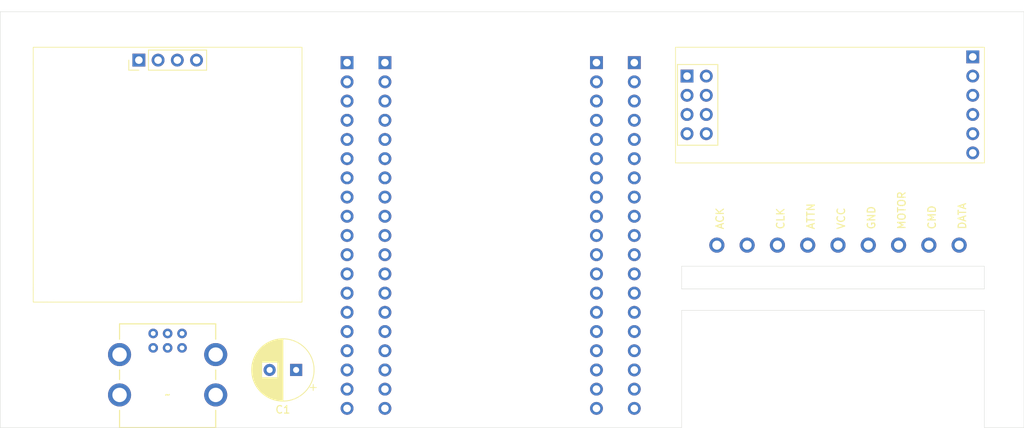
<source format=kicad_pcb>
(kicad_pcb (version 20240108) (generator "pcbnew") (generator_version "8.0")
  (layers (0 "F.Cu" signal) (31 "B.Cu" signal) (34 "B.Paste" user) (35 "F.Paste" user) (36 "B.SilkS" user "B.Silkscreen") (37 "F.SilkS" user "F.Silkscreen") (38 "B.Mask" user) (39 "F.Mask" user) (44 "Edge.Cuts" user))
  (net 0 "")
  (net 1 "Net-(NRF1-GND)")
  (net 2 "Net-(ESP32-WROOM-32U1-3.3v)")
  (net 5 "Net-(ESP32-WROOM-32U1-17)")
  (net 10 "Net-(ESP32-WROOM-32U1-19)")
  (net 13 "Net-(Oled_screen1-SCK)")
  (net 16 "Net-(ESP32-WROOM-32U1-5)")
  (net 22 "Net-(ESP32-WROOM-32U1-21)")
  (net 33 "Net-(ESP32-WROOM-32U1-23)")
  (net 34 "Net-(ESP32-WROOM-32U1-16)")
  (net 38 "Net-(ESP32-WROOM-32U1-18)")
  (footprint "Footprints_cez:CONN_WII" (layer "F.Cu") (at 108.378 86.361 180)
    (property "Reference" "U2" (hide yes))
    (property "Value" "~" (at 0 -2.5 180) (layer "F.SilkS"))
    (fp_line (start 6.35 6.858) (end 6.35 4.826) (stroke (width 0.15)) (layer "F.SilkS"))
    (fp_line (start 6.35 6.858) (end -6.35 6.858) (stroke (width 0.15)) (layer "F.SilkS"))
    (fp_line (start 6.35 0.762) (end 6.35 -0.508) (stroke (width 0.15)) (layer "F.SilkS"))
    (fp_line (start 6.35 -6.858) (end 6.35 -4.572) (stroke (width 0.15)) (layer "F.SilkS"))
    (fp_line (start -6.35 6.858) (end -6.35 4.826) (stroke (width 0.15)) (layer "F.SilkS"))
    (fp_line (start -6.35 0.762) (end -6.35 -0.508) (stroke (width 0.15)) (layer "F.SilkS"))
    (fp_line (start -6.35 -4.572) (end -6.35 -6.858) (stroke (width 0.15)) (layer "F.SilkS"))
    (fp_line (start -6.35 -6.858) (end 6.35 -6.858) (stroke (width 0.15)) (layer "F.SilkS"))
    (pad "" thru_hole circle (at -6.35 -2.54 180) (size 3.048 3.048) (drill 1.905) (layers "*.Cu" "*.Mask"))
    (pad "" thru_hole circle (at -6.35 2.794 180) (size 3.048 3.048) (drill 1.905) (layers "*.Cu" "*.Mask"))
    (pad "" thru_hole circle (at 6.35 -2.54 180) (size 3.048 3.048) (drill 1.905) (layers "*.Cu" "*.Mask"))
    (pad "" thru_hole circle (at 6.35 2.794 180) (size 3.048 3.048) (drill 1.905) (layers "*.Cu" "*.Mask"))
    (pad "1" thru_hole circle (at 1.905 5.588 180) (size 1.27 1.27) (drill 0.635) (layers "*.Cu" "*.Mask") (net 2 "Net-(ESP32-WROOM-32U1-3.3v)"))
    (pad "2" thru_hole circle (at 1.905 3.683 180) (size 1.27 1.27) (drill 0.635) (layers "*.Cu" "*.Mask") (net 13 "Net-(Oled_screen1-SCK)"))
    (pad "3" thru_hole circle (at 0 5.588 180) (size 1.27 1.27) (drill 0.635) (layers "*.Cu" "*.Mask") (net 5 "Net-(ESP32-WROOM-32U1-17)"))
    (pad "4" thru_hole circle (at 0 3.683 180) (size 1.27 1.27) (drill 0.635) (layers "*.Cu" "*.Mask"))
    (pad "5" thru_hole circle (at -1.905 5.588 180) (size 1.27 1.27) (drill 0.635) (layers "*.Cu" "*.Mask") (net 22 "Net-(ESP32-WROOM-32U1-21)"))
    (pad "6" thru_hole circle (at -1.905 3.683 180) (size 1.27 1.27) (drill 0.635) (layers "*.Cu" "*.Mask") (net 1 "Net-(NRF1-GND)"))
  )
  (footprint "Footprints_cez:1.3inch Oled screen" (layer "F.Cu") (at 108.478 36.926)
    (property "Reference" "Oled_screen1" (hide yes))
    (property "Value" "~")
    (fp_line (start -5.23 9.03) (end -5.23 7.7) (stroke (width 0.12)) (layer "F.SilkS"))
    (fp_line (start -3.9 9.03) (end -5.23 9.03) (stroke (width 0.12)) (layer "F.SilkS"))
    (fp_line (start -2.63 6.37) (end 5.05 6.37) (stroke (width 0.12)) (layer "F.SilkS"))
    (fp_line (start -2.63 9.03) (end -2.63 6.37) (stroke (width 0.12)) (layer "F.SilkS"))
    (fp_line (start -2.63 9.03) (end 5.05 9.03) (stroke (width 0.12)) (layer "F.SilkS"))
    (fp_line (start 5.05 9.03) (end 5.05 6.37) (stroke (width 0.12)) (layer "F.SilkS"))
    (fp_rect (start -17.85 6) (end 17.65 39.7) (stroke (width 0.1)) (fill none) (layer "F.SilkS"))
    (pad "" np_thru_hole circle (at -16.002 8.128) (size 3.2 3.2) (drill 3.2) (layers "*.Cu" "*.Mask"))
    (pad "" np_thru_hole circle (at -16.002 38) (size 3.2 3.2) (drill 3.2) (layers "*.Cu" "*.Mask"))
    (pad "" np_thru_hole circle (at 15.748 8) (size 3.2 3.2) (drill 3.2) (layers "*.Cu" "*.Mask"))
    (pad "" np_thru_hole circle (at 15.748 38) (size 3.2 3.2) (drill 3.2) (layers "*.Cu" "*.Mask"))
    (pad "1" thru_hole rect (at -3.9 7.7 90) (size 1.7 1.7) (drill 1) (layers "*.Cu" "*.Mask") (net 2 "Net-(ESP32-WROOM-32U1-3.3v)"))
    (pad "2" thru_hole oval (at -1.36 7.7 90) (size 1.7 1.7) (drill 1) (layers "*.Cu" "*.Mask") (net 1 "Net-(NRF1-GND)"))
    (pad "3" thru_hole oval (at 1.18 7.7 90) (size 1.7 1.7) (drill 1) (layers "*.Cu" "*.Mask") (net 13 "Net-(Oled_screen1-SCK)"))
    (pad "4" thru_hole oval (at 3.72 7.7 90) (size 1.7 1.7) (drill 1) (layers "*.Cu" "*.Mask") (net 22 "Net-(ESP32-WROOM-32U1-21)"))
  )
  (footprint "Capacitor_THT:CP_Radial_D8.0mm_P3.50mm" (layer "F.Cu") (at 125.350651 85.598 180)
    (property "Reference" "C1" (at 1.75 -5.25 180) (layer "F.SilkS"))
    (property "Value" "C_Polarized")
    (fp_line (start 5.831 -0.533) (end 5.831 0.533) (stroke (width 0.12)) (layer "F.SilkS"))
    (fp_line (start 5.791 -0.768) (end 5.791 0.768) (stroke (width 0.12)) (layer "F.SilkS"))
    (fp_line (start 5.751 -0.948) (end 5.751 0.948) (stroke (width 0.12)) (layer "F.SilkS"))
    (fp_line (start 5.711 -1.098) (end 5.711 1.098) (stroke (width 0.12)) (layer "F.SilkS"))
    (fp_line (start 5.671 -1.229) (end 5.671 1.229) (stroke (width 0.12)) (layer "F.SilkS"))
    (fp_line (start 5.631 -1.346) (end 5.631 1.346) (stroke (width 0.12)) (layer "F.SilkS"))
    (fp_line (start 5.591 -1.453) (end 5.591 1.453) (stroke (width 0.12)) (layer "F.SilkS"))
    (fp_line (start 5.551 -1.552) (end 5.551 1.552) (stroke (width 0.12)) (layer "F.SilkS"))
    (fp_line (start 5.511 -1.645) (end 5.511 1.645) (stroke (width 0.12)) (layer "F.SilkS"))
    (fp_line (start 5.471 -1.731) (end 5.471 1.731) (stroke (width 0.12)) (layer "F.SilkS"))
    (fp_line (start 5.431 -1.813) (end 5.431 1.813) (stroke (width 0.12)) (layer "F.SilkS"))
    (fp_line (start 5.391 -1.89) (end 5.391 1.89) (stroke (width 0.12)) (layer "F.SilkS"))
    (fp_line (start 5.351 -1.964) (end 5.351 1.964) (stroke (width 0.12)) (layer "F.SilkS"))
    (fp_line (start 5.311 -2.034) (end 5.311 2.034) (stroke (width 0.12)) (layer "F.SilkS"))
    (fp_line (start 5.271 -2.102) (end 5.271 2.102) (stroke (width 0.12)) (layer "F.SilkS"))
    (fp_line (start 5.231 -2.166) (end 5.231 2.166) (stroke (width 0.12)) (layer "F.SilkS"))
    (fp_line (start 5.191 -2.228) (end 5.191 2.228) (stroke (width 0.12)) (layer "F.SilkS"))
    (fp_line (start 5.151 -2.287) (end 5.151 2.287) (stroke (width 0.12)) (layer "F.SilkS"))
    (fp_line (start 5.111 -2.345) (end 5.111 2.345) (stroke (width 0.12)) (layer "F.SilkS"))
    (fp_line (start 5.071 -2.4) (end 5.071 2.4) (stroke (width 0.12)) (layer "F.SilkS"))
    (fp_line (start 5.031 -2.454) (end 5.031 2.454) (stroke (width 0.12)) (layer "F.SilkS"))
    (fp_line (start 4.991 -2.505) (end 4.991 2.505) (stroke (width 0.12)) (layer "F.SilkS"))
    (fp_line (start 4.951 -2.556) (end 4.951 2.556) (stroke (width 0.12)) (layer "F.SilkS"))
    (fp_line (start 4.911 -2.604) (end 4.911 2.604) (stroke (width 0.12)) (layer "F.SilkS"))
    (fp_line (start 4.871 -2.651) (end 4.871 2.651) (stroke (width 0.12)) (layer "F.SilkS"))
    (fp_line (start 4.831 -2.697) (end 4.831 2.697) (stroke (width 0.12)) (layer "F.SilkS"))
    (fp_line (start 4.791 -2.741) (end 4.791 2.741) (stroke (width 0.12)) (layer "F.SilkS"))
    (fp_line (start 4.751 -2.784) (end 4.751 2.784) (stroke (width 0.12)) (layer "F.SilkS"))
    (fp_line (start 4.711 -2.826) (end 4.711 2.826) (stroke (width 0.12)) (layer "F.SilkS"))
    (fp_line (start 4.671 -2.867) (end 4.671 2.867) (stroke (width 0.12)) (layer "F.SilkS"))
    (fp_line (start 4.631 -2.907) (end 4.631 2.907) (stroke (width 0.12)) (layer "F.SilkS"))
    (fp_line (start 4.591 -2.945) (end 4.591 2.945) (stroke (width 0.12)) (layer "F.SilkS"))
    (fp_line (start 4.551 -2.983) (end 4.551 2.983) (stroke (width 0.12)) (layer "F.SilkS"))
    (fp_line (start 4.511 1.04) (end 4.511 3.019) (stroke (width 0.12)) (layer "F.SilkS"))
    (fp_line (start 4.511 -3.019) (end 4.511 -1.04) (stroke (width 0.12)) (layer "F.SilkS"))
    (fp_line (start 4.471 1.04) (end 4.471 3.055) (stroke (width 0.12)) (layer "F.SilkS"))
    (fp_line (start 4.471 -3.055) (end 4.471 -1.04) (stroke (width 0.12)) (layer "F.SilkS"))
    (fp_line (start 4.431 1.04) (end 4.431 3.09) (stroke (width 0.12)) (layer "F.SilkS"))
    (fp_line (start 4.431 -3.09) (end 4.431 -1.04) (stroke (width 0.12)) (layer "F.SilkS"))
    (fp_line (start 4.391 1.04) (end 4.391 3.124) (stroke (width 0.12)) (layer "F.SilkS"))
    (fp_line (start 4.391 -3.124) (end 4.391 -1.04) (stroke (width 0.12)) (layer "F.SilkS"))
    (fp_line (start 4.351 1.04) (end 4.351 3.156) (stroke (width 0.12)) (layer "F.SilkS"))
    (fp_line (start 4.351 -3.156) (end 4.351 -1.04) (stroke (width 0.12)) (layer "F.SilkS"))
    (fp_line (start 4.311 1.04) (end 4.311 3.189) (stroke (width 0.12)) (layer "F.SilkS"))
    (fp_line (start 4.311 -3.189) (end 4.311 -1.04) (stroke (width 0.12)) (layer "F.SilkS"))
    (fp_line (start 4.271 1.04) (end 4.271 3.22) (stroke (width 0.12)) (layer "F.SilkS"))
    (fp_line (start 4.271 -3.22) (end 4.271 -1.04) (stroke (width 0.12)) (layer "F.SilkS"))
    (fp_line (start 4.231 1.04) (end 4.231 3.25) (stroke (width 0.12)) (layer "F.SilkS"))
    (fp_line (start 4.231 -3.25) (end 4.231 -1.04) (stroke (width 0.12)) (layer "F.SilkS"))
    (fp_line (start 4.191 1.04) (end 4.191 3.28) (stroke (width 0.12)) (layer "F.SilkS"))
    (fp_line (start 4.191 -3.28) (end 4.191 -1.04) (stroke (width 0.12)) (layer "F.SilkS"))
    (fp_line (start 4.151 1.04) (end 4.151 3.309) (stroke (width 0.12)) (layer "F.SilkS"))
    (fp_line (start 4.151 -3.309) (end 4.151 -1.04) (stroke (width 0.12)) (layer "F.SilkS"))
    (fp_line (start 4.111 1.04) (end 4.111 3.338) (stroke (width 0.12)) (layer "F.SilkS"))
    (fp_line (start 4.111 -3.338) (end 4.111 -1.04) (stroke (width 0.12)) (layer "F.SilkS"))
    (fp_line (start 4.071 1.04) (end 4.071 3.365) (stroke (width 0.12)) (layer "F.SilkS"))
    (fp_line (start 4.071 -3.365) (end 4.071 -1.04) (stroke (width 0.12)) (layer "F.SilkS"))
    (fp_line (start 4.031 1.04) (end 4.031 3.392) (stroke (width 0.12)) (layer "F.SilkS"))
    (fp_line (start 4.031 -3.392) (end 4.031 -1.04) (stroke (width 0.12)) (layer "F.SilkS"))
    (fp_line (start 3.991 1.04) (end 3.991 3.418) (stroke (width 0.12)) (layer "F.SilkS"))
    (fp_line (start 3.991 -3.418) (end 3.991 -1.04) (stroke (width 0.12)) (layer "F.SilkS"))
    (fp_line (start 3.951 1.04) (end 3.951 3.444) (stroke (width 0.12)) (layer "F.SilkS"))
    (fp_line (start 3.951 -3.444) (end 3.951 -1.04) (stroke (width 0.12)) (layer "F.SilkS"))
    (fp_line (start 3.911 1.04) (end 3.911 3.469) (stroke (width 0.12)) (layer "F.SilkS"))
    (fp_line (start 3.911 -3.469) (end 3.911 -1.04) (stroke (width 0.12)) (layer "F.SilkS"))
    (fp_line (start 3.871 1.04) (end 3.871 3.493) (stroke (width 0.12)) (layer "F.SilkS"))
    (fp_line (start 3.871 -3.493) (end 3.871 -1.04) (stroke (width 0.12)) (layer "F.SilkS"))
    (fp_line (start 3.831 1.04) (end 3.831 3.517) (stroke (width 0.12)) (layer "F.SilkS"))
    (fp_line (start 3.831 -3.517) (end 3.831 -1.04) (stroke (width 0.12)) (layer "F.SilkS"))
    (fp_line (start 3.791 1.04) (end 3.791 3.54) (stroke (width 0.12)) (layer "F.SilkS"))
    (fp_line (start 3.791 -3.54) (end 3.791 -1.04) (stroke (width 0.12)) (layer "F.SilkS"))
    (fp_line (start 3.751 1.04) (end 3.751 3.562) (stroke (width 0.12)) (layer "F.SilkS"))
    (fp_line (start 3.751 -3.562) (end 3.751 -1.04) (stroke (width 0.12)) (layer "F.SilkS"))
    (fp_line (start 3.711 1.04) (end 3.711 3.584) (stroke (width 0.12)) (layer "F.SilkS"))
    (fp_line (start 3.711 -3.584) (end 3.711 -1.04) (stroke (width 0.12)) (layer "F.SilkS"))
    (fp_line (start 3.671 1.04) (end 3.671 3.606) (stroke (width 0.12)) (layer "F.SilkS"))
    (fp_line (start 3.671 -3.606) (end 3.671 -1.04) (stroke (width 0.12)) (layer "F.SilkS"))
    (fp_line (start 3.631 1.04) (end 3.631 3.627) (stroke (width 0.12)) (layer "F.SilkS"))
    (fp_line (start 3.631 -3.627) (end 3.631 -1.04) (stroke (width 0.12)) (layer "F.SilkS"))
    (fp_line (start 3.591 1.04) (end 3.591 3.647) (stroke (width 0.12)) (layer "F.SilkS"))
    (fp_line (start 3.591 -3.647) (end 3.591 -1.04) (stroke (width 0.12)) (layer "F.SilkS"))
    (fp_line (start 3.551 1.04) (end 3.551 3.666) (stroke (width 0.12)) (layer "F.SilkS"))
    (fp_line (start 3.551 -3.666) (end 3.551 -1.04) (stroke (width 0.12)) (layer "F.SilkS"))
    (fp_line (start 3.511 1.04) (end 3.511 3.686) (stroke (width 0.12)) (layer "F.SilkS"))
    (fp_line (start 3.511 -3.686) (end 3.511 -1.04) (stroke (width 0.12)) (layer "F.SilkS"))
    (fp_line (start 3.471 1.04) (end 3.471 3.704) (stroke (width 0.12)) (layer "F.SilkS"))
    (fp_line (start 3.471 -3.704) (end 3.471 -1.04) (stroke (width 0.12)) (layer "F.SilkS"))
    (fp_line (start 3.431 1.04) (end 3.431 3.722) (stroke (width 0.12)) (layer "F.SilkS"))
    (fp_line (start 3.431 -3.722) (end 3.431 -1.04) (stroke (width 0.12)) (layer "F.SilkS"))
    (fp_line (start 3.391 1.04) (end 3.391 3.74) (stroke (width 0.12)) (layer "F.SilkS"))
    (fp_line (start 3.391 -3.74) (end 3.391 -1.04) (stroke (width 0.12)) (layer "F.SilkS"))
    (fp_line (start 3.351 1.04) (end 3.351 3.757) (stroke (width 0.12)) (layer "F.SilkS"))
    (fp_line (start 3.351 -3.757) (end 3.351 -1.04) (stroke (width 0.12)) (layer "F.SilkS"))
    (fp_line (start 3.311 1.04) (end 3.311 3.774) (stroke (width 0.12)) (layer "F.SilkS"))
    (fp_line (start 3.311 -3.774) (end 3.311 -1.04) (stroke (width 0.12)) (layer "F.SilkS"))
    (fp_line (start 3.271 1.04) (end 3.271 3.79) (stroke (width 0.12)) (layer "F.SilkS"))
    (fp_line (start 3.271 -3.79) (end 3.271 -1.04) (stroke (width 0.12)) (layer "F.SilkS"))
    (fp_line (start 3.231 1.04) (end 3.231 3.805) (stroke (width 0.12)) (layer "F.SilkS"))
    (fp_line (start 3.231 -3.805) (end 3.231 -1.04) (stroke (width 0.12)) (layer "F.SilkS"))
    (fp_line (start 3.191 1.04) (end 3.191 3.821) (stroke (width 0.12)) (layer "F.SilkS"))
    (fp_line (start 3.191 -3.821) (end 3.191 -1.04) (stroke (width 0.12)) (layer "F.SilkS"))
    (fp_line (start 3.151 1.04) (end 3.151 3.835) (stroke (width 0.12)) (layer "F.SilkS"))
    (fp_line (start 3.151 -3.835) (end 3.151 -1.04) (stroke (width 0.12)) (layer "F.SilkS"))
    (fp_line (start 3.111 1.04) (end 3.111 3.85) (stroke (width 0.12)) (layer "F.SilkS"))
    (fp_line (start 3.111 -3.85) (end 3.111 -1.04) (stroke (width 0.12)) (layer "F.SilkS"))
    (fp_line (start 3.071 1.04) (end 3.071 3.863) (stroke (width 0.12)) (layer "F.SilkS"))
    (fp_line (start 3.071 -3.863) (end 3.071 -1.04) (stroke (width 0.12)) (layer "F.SilkS"))
    (fp_line (start 3.031 1.04) (end 3.031 3.877) (stroke (width 0.12)) (layer "F.SilkS"))
    (fp_line (start 3.031 -3.877) (end 3.031 -1.04) (stroke (width 0.12)) (layer "F.SilkS"))
    (fp_line (start 2.991 1.04) (end 2.991 3.889) (stroke (width 0.12)) (layer "F.SilkS"))
    (fp_line (start 2.991 -3.889) (end 2.991 -1.04) (stroke (width 0.12)) (layer "F.SilkS"))
    (fp_line (start 2.951 1.04) (end 2.951 3.902) (stroke (width 0.12)) (layer "F.SilkS"))
    (fp_line (start 2.951 -3.902) (end 2.951 -1.04) (stroke (width 0.12)) (layer "F.SilkS"))
    (fp_line (start 2.911 1.04) (end 2.911 3.914) (stroke (width 0.12)) (layer "F.SilkS"))
    (fp_line (start 2.911 -3.914) (end 2.911 -1.04) (stroke (width 0.12)) (layer "F.SilkS"))
    (fp_line (start 2.871 1.04) (end 2.871 3.925) (stroke (width 0.12)) (layer "F.SilkS"))
    (fp_line (start 2.871 -3.925) (end 2.871 -1.04) (stroke (width 0.12)) (layer "F.SilkS"))
    (fp_line (start 2.831 1.04) (end 2.831 3.936) (stroke (width 0.12)) (layer "F.SilkS"))
    (fp_line (start 2.831 -3.936) (end 2.831 -1.04) (stroke (width 0.12)) (layer "F.SilkS"))
    (fp_line (start 2.791 1.04) (end 2.791 3.947) (stroke (width 0.12)) (layer "F.SilkS"))
    (fp_line (start 2.791 -3.947) (end 2.791 -1.04) (stroke (width 0.12)) (layer "F.SilkS"))
    (fp_line (start 2.751 1.04) (end 2.751 3.957) (stroke (width 0.12)) (layer "F.SilkS"))
    (fp_line (start 2.751 -3.957) (end 2.751 -1.04) (stroke (width 0.12)) (layer "F.SilkS"))
    (fp_line (start 2.711 1.04) (end 2.711 3.967) (stroke (width 0.12)) (layer "F.SilkS"))
    (fp_line (start 2.711 -3.967) (end 2.711 -1.04) (stroke (width 0.12)) (layer "F.SilkS"))
    (fp_line (start 2.671 1.04) (end 2.671 3.976) (stroke (width 0.12)) (layer "F.SilkS"))
    (fp_line (start 2.671 -3.976) (end 2.671 -1.04) (stroke (width 0.12)) (layer "F.SilkS"))
    (fp_line (start 2.631 1.04) (end 2.631 3.985) (stroke (width 0.12)) (layer "F.SilkS"))
    (fp_line (start 2.631 -3.985) (end 2.631 -1.04) (stroke (width 0.12)) (layer "F.SilkS"))
    (fp_line (start 2.591 1.04) (end 2.591 3.994) (stroke (width 0.12)) (layer "F.SilkS"))
    (fp_line (start 2.591 -3.994) (end 2.591 -1.04) (stroke (width 0.12)) (layer "F.SilkS"))
    (fp_line (start 2.551 1.04) (end 2.551 4.002) (stroke (width 0.12)) (layer "F.SilkS"))
    (fp_line (start 2.551 -4.002) (end 2.551 -1.04) (stroke (width 0.12)) (layer "F.SilkS"))
    (fp_line (start 2.511 1.04) (end 2.511 4.01) (stroke (width 0.12)) (layer "F.SilkS"))
    (fp_line (start 2.511 -4.01) (end 2.511 -1.04) (stroke (width 0.12)) (layer "F.SilkS"))
    (fp_line (start 2.471 1.04) (end 2.471 4.017) (stroke (width 0.12)) (layer "F.SilkS"))
    (fp_line (start 2.471 -4.017) (end 2.471 -1.04) (stroke (width 0.12)) (layer "F.SilkS"))
    (fp_line (start 2.43 -4.024) (end 2.43 4.024) (stroke (width 0.12)) (layer "F.SilkS"))
    (fp_line (start 2.39 -4.03) (end 2.39 4.03) (stroke (width 0.12)) (layer "F.SilkS"))
    (fp_line (start 2.35 -4.037) (end 2.35 4.037) (stroke (width 0.12)) (layer "F.SilkS"))
    (fp_line (start 2.31 -4.042) (end 2.31 4.042) (stroke (width 0.12)) (layer "F.SilkS"))
    (fp_line (start 2.27 -4.048) (end 2.27 4.048) (stroke (width 0.12)) (layer "F.SilkS"))
    (fp_line (start 2.23 -4.052) (end 2.23 4.052) (stroke (width 0.12)) (layer "F.SilkS"))
    (fp_line (start 2.19 -4.057) (end 2.19 4.057) (stroke (width 0.12)) (layer "F.SilkS"))
    (fp_line (start 2.15 -4.061) (end 2.15 4.061) (stroke (width 0.12)) (layer "F.SilkS"))
    (fp_line (start 2.11 -4.065) (end 2.11 4.065) (stroke (width 0.12)) (layer "F.SilkS"))
    (fp_line (start 2.07 -4.068) (end 2.07 4.068) (stroke (width 0.12)) (layer "F.SilkS"))
    (fp_line (start 2.03 -4.071) (end 2.03 4.071) (stroke (width 0.12)) (layer "F.SilkS"))
    (fp_line (start 1.99 -4.074) (end 1.99 4.074) (stroke (width 0.12)) (layer "F.SilkS"))
    (fp_line (start 1.95 -4.076) (end 1.95 4.076) (stroke (width 0.12)) (layer "F.SilkS"))
    (fp_line (start 1.91 -4.077) (end 1.91 4.077) (stroke (width 0.12)) (layer "F.SilkS"))
    (fp_line (start 1.87 -4.079) (end 1.87 4.079) (stroke (width 0.12)) (layer "F.SilkS"))
    (fp_line (start 1.83 -4.08) (end 1.83 4.08) (stroke (width 0.12)) (layer "F.SilkS"))
    (fp_line (start 1.79 -4.08) (end 1.79 4.08) (stroke (width 0.12)) (layer "F.SilkS"))
    (fp_line (start 1.75 -4.08) (end 1.75 4.08) (stroke (width 0.12)) (layer "F.SilkS"))
    (fp_line (start -2.259698 -2.715) (end -2.259698 -1.915) (stroke (width 0.12)) (layer "F.SilkS"))
    (fp_line (start -2.659698 -2.315) (end -1.859698 -2.315) (stroke (width 0.12)) (layer "F.SilkS"))
    (fp_circle (center 1.75 0) (end 5.87 0) (stroke (width 0.12)) (fill none) (layer "F.SilkS"))
    (pad "1" thru_hole rect (at 0 0 180) (size 1.6 1.6) (drill 0.8) (layers "*.Cu" "*.Mask") (net 2 "Net-(ESP32-WROOM-32U1-3.3v)"))
    (pad "2" thru_hole circle (at 3.5 0 180) (size 1.6 1.6) (drill 0.8) (layers "*.Cu" "*.Mask") (net 1 "Net-(NRF1-GND)"))
  )
  (footprint "Footprints_cez:esp32-wroom-32u" (layer "F.Cu") (at 149.78 57.14)
    (property "Reference" "ESP32-WROOM-32U1" (hide yes))
    (property "Value" "~" (hide yes))
    (pad "1" thru_hole rect (at -17.7 -12.182) (size 1.7 1.7) (drill 1) (layers "*.Cu" "*.Mask") (net 2 "Net-(ESP32-WROOM-32U1-3.3v)"))
    (pad "1" thru_hole rect (at -12.7 -12.182) (size 1.7 1.7) (drill 1) (layers "*.Cu" "*.Mask") (net 2 "Net-(ESP32-WROOM-32U1-3.3v)"))
    (pad "2" thru_hole oval (at -17.7 -9.642) (size 1.7 1.7) (drill 1) (layers "*.Cu" "*.Mask"))
    (pad "2" thru_hole oval (at -12.7 -9.642) (size 1.7 1.7) (drill 1) (layers "*.Cu" "*.Mask"))
    (pad "3" thru_hole oval (at -17.7 -7.102) (size 1.7 1.7) (drill 1) (layers "*.Cu" "*.Mask"))
    (pad "3" thru_hole oval (at -12.7 -7.102) (size 1.7 1.7) (drill 1) (layers "*.Cu" "*.Mask"))
    (pad "4" thru_hole oval (at -17.7 -4.562) (size 1.7 1.7) (drill 1) (layers "*.Cu" "*.Mask"))
    (pad "4" thru_hole oval (at -12.7 -4.562) (size 1.7 1.7) (drill 1) (layers "*.Cu" "*.Mask"))
    (pad "5" thru_hole oval (at -17.7 -2.022) (size 1.7 1.7) (drill 1) (layers "*.Cu" "*.Mask"))
    (pad "5" thru_hole oval (at -12.7 -2.022) (size 1.7 1.7) (drill 1) (layers "*.Cu" "*.Mask"))
    (pad "6" thru_hole oval (at -17.7 0.518) (size 1.7 1.7) (drill 1) (layers "*.Cu" "*.Mask"))
    (pad "6" thru_hole oval (at -12.7 0.518) (size 1.7 1.7) (drill 1) (layers "*.Cu" "*.Mask"))
    (pad "7" thru_hole oval (at -17.7 3.058) (size 1.7 1.7) (drill 1) (layers "*.Cu" "*.Mask"))
    (pad "7" thru_hole oval (at -12.7 3.058) (size 1.7 1.7) (drill 1) (layers "*.Cu" "*.Mask"))
    (pad "8" thru_hole oval (at -17.7 5.598) (size 1.7 1.7) (drill 1) (layers "*.Cu" "*.Mask"))
    (pad "8" thru_hole oval (at -12.7 5.598) (size 1.7 1.7) (drill 1) (layers "*.Cu" "*.Mask"))
    (pad "9" thru_hole oval (at -17.7 8.138) (size 1.7 1.7) (drill 1) (layers "*.Cu" "*.Mask"))
    (pad "9" thru_hole oval (at -12.7 8.138) (size 1.7 1.7) (drill 1) (layers "*.Cu" "*.Mask"))
    (pad "10" thru_hole oval (at -17.7 10.678) (size 1.7 1.7) (drill 1) (layers "*.Cu" "*.Mask"))
    (pad "10" thru_hole oval (at -12.7 10.678) (size 1.7 1.7) (drill 1) (layers "*.Cu" "*.Mask"))
    (pad "11" thru_hole oval (at -17.7 13.218) (size 1.7 1.7) (drill 1) (layers "*.Cu" "*.Mask"))
    (pad "11" thru_hole oval (at -12.7 13.218) (size 1.7 1.7) (drill 1) (layers "*.Cu" "*.Mask"))
    (pad "12" thru_hole oval (at -17.7 15.758) (size 1.7 1.7) (drill 1) (layers "*.Cu" "*.Mask"))
    (pad "12" thru_hole oval (at -12.7 15.758) (size 1.7 1.7) (drill 1) (layers "*.Cu" "*.Mask"))
    (pad "13" thru_hole oval (at -17.7 18.298) (size 1.7 1.7) (drill 1) (layers "*.Cu" "*.Mask"))
    (pad "13" thru_hole oval (at -12.7 18.298) (size 1.7 1.7) (drill 1) (layers "*.Cu" "*.Mask"))
    (pad "14" thru_hole oval (at -17.7 20.838) (size 1.7 1.7) (drill 1) (layers "*.Cu" "*.Mask"))
    (pad "14" thru_hole oval (at -12.7 20.838) (size 1.7 1.7) (drill 1) (layers "*.Cu" "*.Mask"))
    (pad "15" thru_hole oval (at -17.7 23.378) (size 1.7 1.7) (drill 1) (layers "*.Cu" "*.Mask"))
    (pad "15" thru_hole oval (at -12.7 23.378) (size 1.7 1.7) (drill 1) (layers "*.Cu" "*.Mask"))
    (pad "16" thru_hole oval (at -17.7 25.918) (size 1.7 1.7) (drill 1) (layers "*.Cu" "*.Mask"))
    (pad "16" thru_hole oval (at -12.7 25.918) (size 1.7 1.7) (drill 1) (layers "*.Cu" "*.Mask"))
    (pad "17" thru_hole oval (at -17.7 28.458) (size 1.7 1.7) (drill 1) (layers "*.Cu" "*.Mask"))
    (pad "17" thru_hole oval (at -12.7 28.458) (size 1.7 1.7) (drill 1) (layers "*.Cu" "*.Mask"))
    (pad "18" thru_hole oval (at -17.7 30.998) (size 1.7 1.7) (drill 1) (layers "*.Cu" "*.Mask"))
    (pad "18" thru_hole oval (at -12.7 30.998) (size 1.7 1.7) (drill 1) (layers "*.Cu" "*.Mask"))
    (pad "19" thru_hole oval (at -17.7 33.538) (size 1.7 1.7) (drill 1) (layers "*.Cu" "*.Mask"))
    (pad "19" thru_hole oval (at -12.7 33.538) (size 1.7 1.7) (drill 1) (layers "*.Cu" "*.Mask"))
    (pad "20" thru_hole rect (at 15.24 -12.182) (size 1.7 1.7) (drill 1) (layers "*.Cu" "*.Mask") (net 1 "Net-(NRF1-GND)"))
    (pad "20" thru_hole rect (at 20.24 -12.182) (size 1.7 1.7) (drill 1) (layers "*.Cu" "*.Mask") (net 1 "Net-(NRF1-GND)"))
    (pad "21" thru_hole oval (at 15.24 -9.642) (size 1.7 1.7) (drill 1) (layers "*.Cu" "*.Mask") (net 33 "Net-(ESP32-WROOM-32U1-23)"))
    (pad "21" thru_hole oval (at 20.24 -9.642) (size 1.7 1.7) (drill 1) (layers "*.Cu" "*.Mask") (net 33 "Net-(ESP32-WROOM-32U1-23)"))
    (pad "22" thru_hole oval (at 15.24 -7.102) (size 1.7 1.7) (drill 1) (layers "*.Cu" "*.Mask") (net 13 "Net-(Oled_screen1-SCK)"))
    (pad "22" thru_hole oval (at 20.24 -7.102) (size 1.7 1.7) (drill 1) (layers "*.Cu" "*.Mask") (net 13 "Net-(Oled_screen1-SCK)"))
    (pad "23" thru_hole oval (at 15.24 -4.562) (size 1.7 1.7) (drill 1) (layers "*.Cu" "*.Mask"))
    (pad "23" thru_hole oval (at 20.24 -4.562) (size 1.7 1.7) (drill 1) (layers "*.Cu" "*.Mask"))
    (pad "24" thru_hole oval (at 15.24 -2.022) (size 1.7 1.7) (drill 1) (layers "*.Cu" "*.Mask"))
    (pad "24" thru_hole oval (at 20.24 -2.022) (size 1.7 1.7) (drill 1) (layers "*.Cu" "*.Mask"))
    (pad "25" thru_hole oval (at 15.24 0.518) (size 1.7 1.7) (drill 1) (layers "*.Cu" "*.Mask") (net 22 "Net-(ESP32-WROOM-32U1-21)"))
    (pad "25" thru_hole oval (at 20.24 0.518) (size 1.7 1.7) (drill 1) (layers "*.Cu" "*.Mask") (net 22 "Net-(ESP32-WROOM-32U1-21)"))
    (pad "26" thru_hole oval (at 15.24 3.058) (size 1.7 1.7) (drill 1) (layers "*.Cu" "*.Mask"))
    (pad "26" thru_hole oval (at 20.24 3.058) (size 1.7 1.7) (drill 1) (layers "*.Cu" "*.Mask"))
    (pad "27" thru_hole oval (at 15.24 5.598) (size 1.7 1.7) (drill 1) (layers "*.Cu" "*.Mask") (net 10 "Net-(ESP32-WROOM-32U1-19)"))
    (pad "27" thru_hole oval (at 20.24 5.598) (size 1.7 1.7) (drill 1) (layers "*.Cu" "*.Mask") (net 10 "Net-(ESP32-WROOM-32U1-19)"))
    (pad "28" thru_hole oval (at 15.24 8.138) (size 1.7 1.7) (drill 1) (layers "*.Cu" "*.Mask") (net 38 "Net-(ESP32-WROOM-32U1-18)"))
    (pad "28" thru_hole oval (at 20.24 8.138) (size 1.7 1.7) (drill 1) (layers "*.Cu" "*.Mask") (net 38 "Net-(ESP32-WROOM-32U1-18)"))
    (pad "29" thru_hole oval (at 15.24 10.678) (size 1.7 1.7) (drill 1) (layers "*.Cu" "*.Mask") (net 16 "Net-(ESP32-WROOM-32U1-5)"))
    (pad "29" thru_hole oval (at 20.24 10.678) (size 1.7 1.7) (drill 1) (layers "*.Cu" "*.Mask") (net 16 "Net-(ESP32-WROOM-32U1-5)"))
    (pad "30" thru_hole oval (at 15.24 13.218) (size 1.7 1.7) (drill 1) (layers "*.Cu" "*.Mask") (net 5 "Net-(ESP32-WROOM-32U1-17)"))
    (pad "30" thru_hole oval (at 20.24 13.218) (size 1.7 1.7) (drill 1) (layers "*.Cu" "*.Mask") (net 5 "Net-(ESP32-WROOM-32U1-17)"))
    (pad "31" thru_hole oval (at 15.24 15.758) (size 1.7 1.7) (drill 1) (layers "*.Cu" "*.Mask") (net 34 "Net-(ESP32-WROOM-32U1-16)"))
    (pad "31" thru_hole oval (at 20.24 15.758) (size 1.7 1.7) (drill 1) (layers "*.Cu" "*.Mask") (net 34 "Net-(ESP32-WROOM-32U1-16)"))
    (pad "32" thru_hole oval (at 15.24 18.298) (size 1.7 1.7) (drill 1) (layers "*.Cu" "*.Mask"))
    (pad "32" thru_hole oval (at 20.24 18.298) (size 1.7 1.7) (drill 1) (layers "*.Cu" "*.Mask"))
    (pad "33" thru_hole oval (at 15.24 20.838) (size 1.7 1.7) (drill 1) (layers "*.Cu" "*.Mask"))
    (pad "33" thru_hole oval (at 20.24 20.838) (size 1.7 1.7) (drill 1) (layers "*.Cu" "*.Mask"))
    (pad "34" thru_hole oval (at 15.24 23.378) (size 1.7 1.7) (drill 1) (layers "*.Cu" "*.Mask"))
    (pad "34" thru_hole oval (at 20.24 23.378) (size 1.7 1.7) (drill 1) (layers "*.Cu" "*.Mask"))
    (pad "35" thru_hole oval (at 15.24 25.918) (size 1.7 1.7) (drill 1) (layers "*.Cu" "*.Mask"))
    (pad "35" thru_hole oval (at 20.24 25.918) (size 1.7 1.7) (drill 1) (layers "*.Cu" "*.Mask"))
    (pad "36" thru_hole oval (at 15.24 28.458) (size 1.7 1.7) (drill 1) (layers "*.Cu" "*.Mask"))
    (pad "36" thru_hole oval (at 20.24 28.458) (size 1.7 1.7) (drill 1) (layers "*.Cu" "*.Mask"))
    (pad "37" thru_hole oval (at 15.24 30.998) (size 1.7 1.7) (drill 1) (layers "*.Cu" "*.Mask"))
    (pad "37" thru_hole oval (at 20.24 30.998) (size 1.7 1.7) (drill 1) (layers "*.Cu" "*.Mask"))
    (pad "38" thru_hole oval (at 15.24 33.538) (size 1.7 1.7) (drill 1) (layers "*.Cu" "*.Mask"))
    (pad "38" thru_hole oval (at 20.24 33.538) (size 1.7 1.7) (drill 1) (layers "*.Cu" "*.Mask"))
  )
  (footprint "Footprints_cez:nRF24L01_big" (layer "F.Cu") (at 176.986 46.736)
    (property "Reference" "NRF1" (hide yes))
    (property "Value" "NRF24L01_Big" (hide yes))
    (fp_line (start -1.27 -1.524) (end -1.27 -1.524) (stroke (width 0.12)) (layer "F.SilkS"))
    (fp_line (start -1.27 -1.524) (end 4.064 -1.524) (stroke (width 0.12)) (layer "F.SilkS"))
    (fp_line (start -1.27 9.144) (end -1.27 -1.524) (stroke (width 0.12)) (layer "F.SilkS"))
    (fp_line (start -1.27 9.144) (end -1.27 9.144) (stroke (width 0.12)) (layer "F.SilkS"))
    (fp_line (start 4.064 -1.524) (end 4.064 9.144) (stroke (width 0.12)) (layer "F.SilkS"))
    (fp_line (start 4.064 9.144) (end -1.27 9.144) (stroke (width 0.12)) (layer "F.SilkS"))
    (fp_rect (start -1.524 -3.81) (end 39.276 11.49) (stroke (width 0.1)) (fill none) (layer "F.SilkS"))
    (pad "" thru_hole rect (at 37.738 -2.54) (size 1.7 1.7) (drill 1) (layers "*.Cu" "*.Mask"))
    (pad "" thru_hole oval (at 37.738 0) (size 1.7 1.7) (drill 1) (layers "*.Cu" "*.Mask"))
    (pad "" thru_hole oval (at 37.738 2.54) (size 1.7 1.7) (drill 1) (layers "*.Cu" "*.Mask"))
    (pad "" thru_hole oval (at 37.738 5.08) (size 1.7 1.7) (drill 1) (layers "*.Cu" "*.Mask"))
    (pad "" thru_hole oval (at 37.738 7.62) (size 1.7 1.7) (drill 1) (layers "*.Cu" "*.Mask"))
    (pad "" thru_hole oval (at 37.738 10.16) (size 1.7 1.7) (drill 1) (layers "*.Cu" "*.Mask"))
    (pad "1" thru_hole rect (at 0 0) (size 1.7 1.7) (drill 1) (layers "*.Cu" "*.Mask") (net 1 "Net-(NRF1-GND)"))
    (pad "2" thru_hole circle (at 2.54 0) (size 1.7 1.7) (drill 1) (layers "*.Cu" "*.Mask") (net 2 "Net-(ESP32-WROOM-32U1-3.3v)"))
    (pad "3" thru_hole circle (at 0 2.54) (size 1.7 1.7) (drill 1) (layers "*.Cu" "*.Mask") (net 34 "Net-(ESP32-WROOM-32U1-16)"))
    (pad "4" thru_hole circle (at 2.54 2.54) (size 1.7 1.7) (drill 1) (layers "*.Cu" "*.Mask") (net 5 "Net-(ESP32-WROOM-32U1-17)"))
    (pad "5" thru_hole circle (at 0 5.08) (size 1.7 1.7) (drill 1) (layers "*.Cu" "*.Mask") (net 38 "Net-(ESP32-WROOM-32U1-18)"))
    (pad "6" thru_hole circle (at 2.54 5.08) (size 1.7 1.7) (drill 1) (layers "*.Cu" "*.Mask") (net 33 "Net-(ESP32-WROOM-32U1-23)"))
    (pad "7" thru_hole circle (at 0 7.62) (size 1.7 1.7) (drill 1) (layers "*.Cu" "*.Mask") (net 10 "Net-(ESP32-WROOM-32U1-19)"))
    (pad "8" thru_hole circle (at 2.54 7.62) (size 1.7 1.7) (drill 1) (layers "*.Cu" "*.Mask"))
  )
  (footprint "Footprints_cez:Playstation 2 controller 90 degree" (layer "F.Cu") (at 193.606625 64.6465 90)
    (property "Reference" "U3" (hide yes))
    (property "Value" "~")
    (fp_line (start -13.08 -17.344625) (end -28.572 -17.344625) (stroke (width 0.05)) (layer "Edge.Cuts"))
    (fp_line (start -13.08 -17.344625) (end -13.08 22.655375) (stroke (width 0.05)) (layer "Edge.Cuts"))
    (fp_line (start -13.08 22.655375) (end -28.572 22.655375) (stroke (width 0.05)) (layer "Edge.Cuts"))
    (fp_rect (start -10.238 -17.344625) (end -7.238 22.655375) (stroke (width 0.05)) (fill none) (layer "Edge.Cuts"))
    (fp_text user "CLK" (at -2.444 -3.683 90) (layer "F.SilkS") (effects (justify left bottom)))
    (fp_text user "ATTN" (at -2.444 0.317 90) (layer "F.SilkS") (effects (justify left bottom)))
    (fp_text user "ACK" (at -2.444 -11.683 90) (layer "F.SilkS") (effects (justify left bottom)))
    (fp_text user "DATA" (at -2.444 20.317 90) (layer "F.SilkS") (effects (justify left bottom)))
    (fp_text user "GND" (at -2.444 8.317 90) (layer "F.SilkS") (effects (justify left bottom)))
    (fp_text user "VCC" (at -2.444 4.317 90) (layer "F.SilkS") (effects (justify left bottom)))
    (fp_text user "MOTOR" (at -2.444 12.317 90) (layer "F.SilkS") (effects (justify left bottom)))
    (fp_text user "CMD" (at -2.444 16.317 90) (layer "F.SilkS") (effects (justify left bottom)))
    (pad "1" thru_hole circle (at -4.444 19.317 90) (size 2 2) (drill 1.2) (layers "*.Cu" "*.Mask") (net 10 "Net-(ESP32-WROOM-32U1-19)"))
    (pad "2" thru_hole circle (at -4.444 15.317 90) (size 2 2) (drill 1.2) (layers "*.Cu" "*.Mask") (net 33 "Net-(ESP32-WROOM-32U1-23)"))
    (pad "3" thru_hole circle (at -4.444 11.317 90) (size 2 2) (drill 1.2) (layers "*.Cu" "*.Mask"))
    (pad "4" thru_hole circle (at -4.444 7.317 90) (size 2 2) (drill 1.2) (layers "*.Cu" "*.Mask") (net 1 "Net-(NRF1-GND)"))
    (pad "5" thru_hole circle (at -4.444 3.317 90) (size 2 2) (drill 1.2) (layers "*.Cu" "*.Mask") (net 2 "Net-(ESP32-WROOM-32U1-3.3v)"))
    (pad "6" thru_hole circle (at -4.444 -0.683 90) (size 2 2) (drill 1.2) (layers "*.Cu" "*.Mask") (net 16 "Net-(ESP32-WROOM-32U1-5)"))
    (pad "7" thru_hole circle (at -4.444 -4.683 90) (size 2 2) (drill 1.2) (layers "*.Cu" "*.Mask") (net 38 "Net-(ESP32-WROOM-32U1-18)"))
    (pad "8" thru_hole circle (at -4.444 -8.683 90) (size 2 2) (drill 1.2) (layers "*.Cu" "*.Mask"))
    (pad "9" thru_hole circle (at -4.444 -12.683 90) (size 2 2) (drill 1.2) (layers "*.Cu" "*.Mask"))
  )
  (gr_line (start 216.262 93.2185) (end 221.488 93.2185) (stroke (width 0.05)) (layer "Edge.Cuts"))
  (gr_line (start 176.262 93.2185) (end 86.262 93.2185) (stroke (width 0.05)) (layer "Edge.Cuts"))
  (gr_line (start 221.488 93.218) (end 221.488 38.218) (stroke (width 0.05)) (layer "Edge.Cuts"))
  (gr_line (start 221.488 38.218) (end 86.262 38.2185) (stroke (width 0.05)) (layer "Edge.Cuts"))
  (gr_line (start 86.262 93.2185) (end 86.262 38.2185) (stroke (width 0.05)) (layer "Edge.Cuts"))
)
</source>
